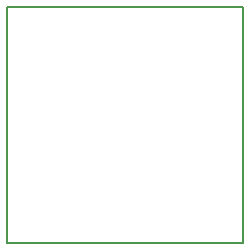
<source format=gbr>
G04 #@! TF.GenerationSoftware,KiCad,Pcbnew,5.0.1-33cea8e~67~ubuntu16.04.1*
G04 #@! TF.CreationDate,2018-10-18T10:52:16-04:00*
G04 #@! TF.ProjectId,IMU Breakout,494D5520427265616B6F75742E6B6963,rev?*
G04 #@! TF.SameCoordinates,Original*
G04 #@! TF.FileFunction,Profile,NP*
%FSLAX46Y46*%
G04 Gerber Fmt 4.6, Leading zero omitted, Abs format (unit mm)*
G04 Created by KiCad (PCBNEW 5.0.1-33cea8e~67~ubuntu16.04.1) date Thu 18 Oct 2018 10:52:16 AM EDT*
%MOMM*%
%LPD*%
G01*
G04 APERTURE LIST*
%ADD10C,0.200000*%
G04 APERTURE END LIST*
D10*
X0Y0D02*
X0Y-20000000D01*
X0Y-20000000D02*
X20000000Y-20000000D01*
X20000000Y0D02*
X20000000Y-20000000D01*
X0Y0D02*
X20000000Y0D01*
M02*

</source>
